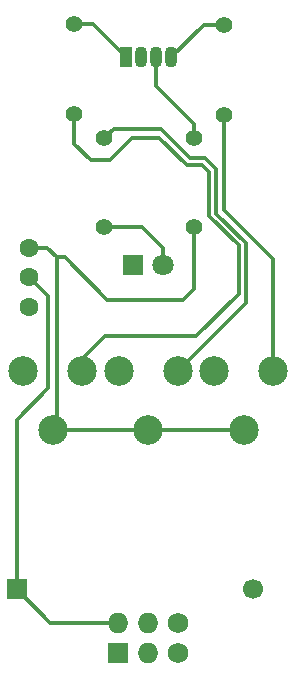
<source format=gtl>
G04 #@! TF.GenerationSoftware,KiCad,Pcbnew,(5.1.9)-1*
G04 #@! TF.CreationDate,2022-07-06T14:17:00-05:00*
G04 #@! TF.ProjectId,hom3c0ming_boutonniere,686f6d33-6330-46d6-996e-675f626f7574,2*
G04 #@! TF.SameCoordinates,Original*
G04 #@! TF.FileFunction,Copper,L1,Top*
G04 #@! TF.FilePolarity,Positive*
%FSLAX46Y46*%
G04 Gerber Fmt 4.6, Leading zero omitted, Abs format (unit mm)*
G04 Created by KiCad (PCBNEW (5.1.9)-1) date 2022-07-06 14:17:00*
%MOMM*%
%LPD*%
G01*
G04 APERTURE LIST*
G04 #@! TA.AperFunction,ComponentPad*
%ADD10R,1.700000X1.700000*%
G04 #@! TD*
G04 #@! TA.AperFunction,ComponentPad*
%ADD11C,1.700000*%
G04 #@! TD*
G04 #@! TA.AperFunction,ComponentPad*
%ADD12R,1.800000X1.800000*%
G04 #@! TD*
G04 #@! TA.AperFunction,ComponentPad*
%ADD13C,1.800000*%
G04 #@! TD*
G04 #@! TA.AperFunction,ComponentPad*
%ADD14R,1.070000X1.800000*%
G04 #@! TD*
G04 #@! TA.AperFunction,ComponentPad*
%ADD15O,1.070000X1.800000*%
G04 #@! TD*
G04 #@! TA.AperFunction,ComponentPad*
%ADD16C,2.500000*%
G04 #@! TD*
G04 #@! TA.AperFunction,ComponentPad*
%ADD17C,1.400000*%
G04 #@! TD*
G04 #@! TA.AperFunction,ComponentPad*
%ADD18C,1.600000*%
G04 #@! TD*
G04 #@! TA.AperFunction,ComponentPad*
%ADD19C,1.727200*%
G04 #@! TD*
G04 #@! TA.AperFunction,ComponentPad*
%ADD20O,1.727200X1.727200*%
G04 #@! TD*
G04 #@! TA.AperFunction,ComponentPad*
%ADD21R,1.727200X1.727200*%
G04 #@! TD*
G04 #@! TA.AperFunction,Conductor*
%ADD22C,0.300000*%
G04 #@! TD*
G04 APERTURE END LIST*
D10*
X112049260Y-103000000D03*
D11*
X132049260Y-103000000D03*
D12*
X121894600Y-75542140D03*
D13*
X124434600Y-75542140D03*
D14*
X121300240Y-57950100D03*
D15*
X122570240Y-57950100D03*
X123840240Y-57950100D03*
X125110240Y-57950100D03*
D16*
X115084220Y-89540000D03*
X112584220Y-84500000D03*
X117584220Y-84500000D03*
X131225920Y-89540000D03*
X128725920Y-84500000D03*
X133725920Y-84500000D03*
X123158880Y-89540000D03*
X120658880Y-84500000D03*
X125658880Y-84500000D03*
D17*
X116883180Y-55153560D03*
X116883180Y-62773560D03*
X129590800Y-62831980D03*
X129590800Y-55211980D03*
X127043180Y-64836040D03*
X119423180Y-64836040D03*
X127017780Y-72344280D03*
X119397780Y-72344280D03*
D18*
X113100000Y-76600000D03*
X113100000Y-74100000D03*
X113100000Y-79100000D03*
D19*
X125710000Y-105830000D03*
X125710000Y-108370000D03*
D20*
X123170000Y-105830000D03*
X123170000Y-108370000D03*
X120630000Y-105830000D03*
D21*
X120630000Y-108370000D03*
D22*
X113100000Y-76600000D02*
X114700000Y-78200000D01*
X114700000Y-78200000D02*
X114700000Y-86000000D01*
X112049260Y-88650740D02*
X112049260Y-103000000D01*
X114700000Y-86000000D02*
X112049260Y-88650740D01*
X114879260Y-105830000D02*
X112049260Y-103000000D01*
X120630000Y-105830000D02*
X114879260Y-105830000D01*
X127848360Y-55211980D02*
X125110240Y-57950100D01*
X129590800Y-55211980D02*
X127848360Y-55211980D01*
X127043180Y-64836040D02*
X127043180Y-63596520D01*
X123840240Y-60393580D02*
X123840240Y-57950100D01*
X127043180Y-63596520D02*
X123840240Y-60393580D01*
X118503700Y-55153560D02*
X121300240Y-57950100D01*
X116883180Y-55153560D02*
X118503700Y-55153560D01*
X119397780Y-72344280D02*
X122644280Y-72344280D01*
X124434600Y-74134600D02*
X124434600Y-75542140D01*
X122644280Y-72344280D02*
X124434600Y-74134600D01*
X116883180Y-65283180D02*
X116883180Y-62773560D01*
X117584220Y-84500000D02*
X117584220Y-83515780D01*
X117584220Y-83515780D02*
X119500000Y-81600000D01*
X119500000Y-81600000D02*
X127200000Y-81600000D01*
X130800000Y-78000000D02*
X130800000Y-73900000D01*
X124100000Y-64800000D02*
X121800000Y-64800000D01*
X127200000Y-81600000D02*
X130800000Y-78000000D01*
X130800000Y-73900000D02*
X128300000Y-71400000D01*
X121800000Y-64800000D02*
X119900000Y-66700000D01*
X128300000Y-71400000D02*
X128300000Y-67700000D01*
X118300000Y-66700000D02*
X116883180Y-65283180D01*
X128300000Y-67700000D02*
X127700000Y-67100000D01*
X127700000Y-67100000D02*
X126400000Y-67100000D01*
X126400000Y-67100000D02*
X124100000Y-64800000D01*
X119900000Y-66700000D02*
X118300000Y-66700000D01*
X129712720Y-62953900D02*
X129590800Y-62831980D01*
X133725920Y-84500000D02*
X133725920Y-75025920D01*
X129590800Y-70890800D02*
X129590800Y-62831980D01*
X133725920Y-75025920D02*
X129590800Y-70890800D01*
X124200000Y-64000000D02*
X120259220Y-64000000D01*
X128000000Y-66500000D02*
X126700000Y-66500000D01*
X128900000Y-67400000D02*
X128000000Y-66500000D01*
X128900000Y-71200000D02*
X128900000Y-67400000D01*
X120259220Y-64000000D02*
X119423180Y-64836040D01*
X131400000Y-73700000D02*
X128900000Y-71200000D01*
X131400000Y-78758880D02*
X131400000Y-73700000D01*
X126700000Y-66500000D02*
X124200000Y-64000000D01*
X125658880Y-84500000D02*
X131400000Y-78758880D01*
X113100000Y-74100000D02*
X114600000Y-74100000D01*
X114600000Y-74100000D02*
X115400000Y-74900000D01*
X115400000Y-89224220D02*
X115084220Y-89540000D01*
X115400000Y-74900000D02*
X115400000Y-89224220D01*
X115084220Y-89540000D02*
X123158880Y-89540000D01*
X123158880Y-89540000D02*
X131225920Y-89540000D01*
X115400000Y-74900000D02*
X116100000Y-74900000D01*
X116100000Y-74900000D02*
X119700000Y-78500000D01*
X119700000Y-78500000D02*
X126100000Y-78500000D01*
X127017780Y-77582220D02*
X127017780Y-72344280D01*
X126100000Y-78500000D02*
X127017780Y-77582220D01*
M02*

</source>
